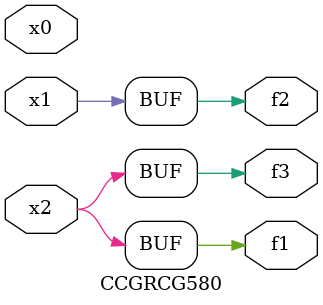
<source format=v>
module CCGRCG580(
	input x0, x1, x2,
	output f1, f2, f3
);
	assign f1 = x2;
	assign f2 = x1;
	assign f3 = x2;
endmodule

</source>
